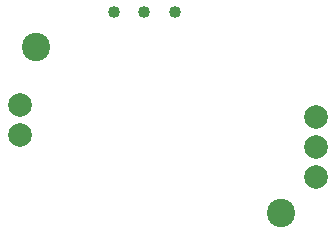
<source format=gbl>
G04 (created by PCBNEW (2013-07-07 BZR 4022)-stable) date 4/5/2015 3:16:15 AM*
%MOIN*%
G04 Gerber Fmt 3.4, Leading zero omitted, Abs format*
%FSLAX34Y34*%
G01*
G70*
G90*
G04 APERTURE LIST*
%ADD10C,0.00590551*%
%ADD11C,0.0944882*%
%ADD12C,0.04*%
%ADD13C,0.0787402*%
G04 APERTURE END LIST*
G54D10*
G54D11*
X36977Y-24584D03*
X28820Y-19027D03*
G54D12*
X31393Y-17861D03*
X32413Y-17861D03*
X33433Y-17861D03*
G54D13*
X38139Y-22391D03*
X38139Y-23391D03*
X38139Y-21391D03*
X28270Y-20969D03*
X28270Y-21969D03*
M02*

</source>
